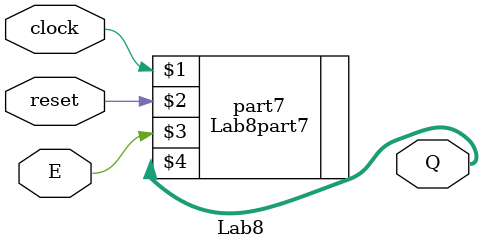
<source format=v>
/* ***************************************************************************\
| Name of program : Lab8
| Author : Charles Heckel
| Date Created : 6/19/2018
| Date last updated : 6/20/2018
| Function : runs the various parts of the Lab
| Method : creates instantiations
| Inputs : vary based on active lab part
| Output : vary based on active lab part
| Additional Comments : (Extras)
\*****************************************************************************/
module Lab8(clock, reset, E, Q);
  // variables
  // each part uses its own variables which could be declared here, but for
  // clarity, are defined alongside their respective module instantiation
  // see below
  
  
  // instantiation
  // should only have one module active at a time
  
  // part 1
  /*
  input Clk, R, S;
  output Q;
  Lab8part1 part1(Clk, R, S, Q);
  */
  
  // part 2
  /*
  input Clk, D;
  output Q;
  Lab8part2 part2(Clk, D, Q);
  */
  
  // part 3
  /*
  input  [1:0] SW;
  output [0:0] LEDR;
  Lab8part3 part3(SW, LEDR);
  */
  
  // part 4
  /*
  input clock, reset, E;
  output [15:0] Q;
  Lab8part4 part4(clock, reset, E, Q);
  */
  
  // part 5
  /*
  input  [2:0]  SW;
  input  [0:0]  KEY;
  output [7:0]  LEDG;
  output [15:0] LEDR;
  Lab8part5 part5(SW, KEY, LEDG, LEDR);
  */
  
  // part 6
  /*
  input [15:0] SW;
  input [1:0] KEY;
  output [0:6] HEX0, HEX1, HEX2, HEX3, HEX4, HEX5, HEX6, HEX7;
  Lab8part6 part6(SW, KEY, HEX0, HEX1, HEX2, HEX3, HEX4, HEX5, HEX6, HEX7);
  */
  
  // part 7
//  /*
  input clock, reset, E;
  output [15:0] Q;
  Lab8part7 part7(clock, reset, E, Q);
//  */
  
endmodule

</source>
